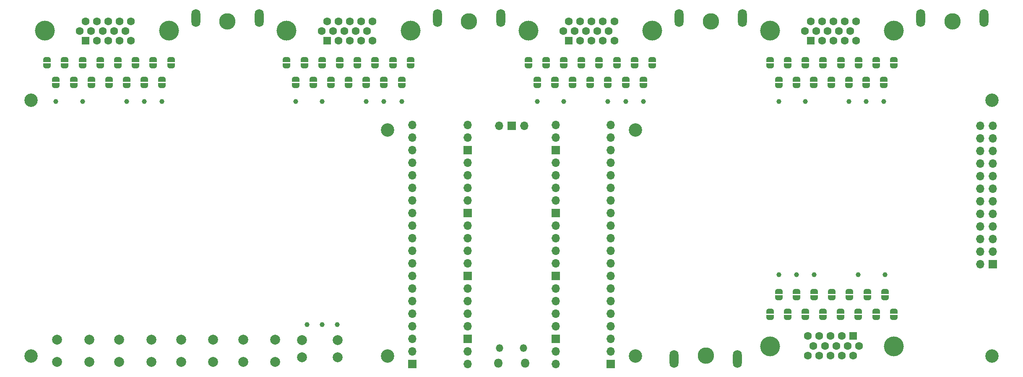
<source format=gbr>
%TF.GenerationSoftware,KiCad,Pcbnew,(7.0.0-0)*%
%TF.CreationDate,2023-03-16T21:22:01-05:00*%
%TF.ProjectId,VintageKVM,56696e74-6167-4654-9b56-4d2e6b696361,rev?*%
%TF.SameCoordinates,Original*%
%TF.FileFunction,Soldermask,Bot*%
%TF.FilePolarity,Negative*%
%FSLAX46Y46*%
G04 Gerber Fmt 4.6, Leading zero omitted, Abs format (unit mm)*
G04 Created by KiCad (PCBNEW (7.0.0-0)) date 2023-03-16 21:22:01*
%MOMM*%
%LPD*%
G01*
G04 APERTURE LIST*
G04 Aperture macros list*
%AMFreePoly0*
4,1,19,0.500000,-0.750000,0.000000,-0.750000,0.000000,-0.744911,-0.071157,-0.744911,-0.207708,-0.704816,-0.327430,-0.627875,-0.420627,-0.520320,-0.479746,-0.390866,-0.500000,-0.250000,-0.500000,0.250000,-0.479746,0.390866,-0.420627,0.520320,-0.327430,0.627875,-0.207708,0.704816,-0.071157,0.744911,0.000000,0.744911,0.000000,0.750000,0.500000,0.750000,0.500000,-0.750000,0.500000,-0.750000,
$1*%
%AMFreePoly1*
4,1,19,0.000000,0.744911,0.071157,0.744911,0.207708,0.704816,0.327430,0.627875,0.420627,0.520320,0.479746,0.390866,0.500000,0.250000,0.500000,-0.250000,0.479746,-0.390866,0.420627,-0.520320,0.327430,-0.627875,0.207708,-0.704816,0.071157,-0.744911,0.000000,-0.744911,0.000000,-0.750000,-0.500000,-0.750000,-0.500000,0.750000,0.000000,0.750000,0.000000,0.744911,0.000000,0.744911,
$1*%
G04 Aperture macros list end*
%ADD10C,4.000000*%
%ADD11R,1.600000X1.600000*%
%ADD12C,1.600000*%
%ADD13R,1.700000X1.700000*%
%ADD14O,1.700000X1.700000*%
%ADD15C,3.316000*%
%ADD16O,1.800000X3.600000*%
%ADD17C,2.700000*%
%ADD18C,0.001000*%
%ADD19C,2.000000*%
%ADD20O,1.800000X1.800000*%
%ADD21O,1.500000X1.500000*%
%ADD22FreePoly0,90.000000*%
%ADD23FreePoly1,90.000000*%
%ADD24FreePoly0,270.000000*%
%ADD25FreePoly1,270.000000*%
%ADD26C,1.000000*%
G04 APERTURE END LIST*
D10*
%TO.C,J14*%
X192139178Y-108650000D03*
X217139178Y-108650000D03*
D11*
X208954177Y-106599999D03*
D12*
X206664178Y-106600000D03*
X204374178Y-106600000D03*
X202084178Y-106600000D03*
X199794178Y-106600000D03*
X210099178Y-108580000D03*
X207809178Y-108580000D03*
X205519178Y-108580000D03*
X203229178Y-108580000D03*
X200939178Y-108580000D03*
X208954178Y-110560000D03*
X206664178Y-110560000D03*
X204374178Y-110560000D03*
X202084178Y-110560000D03*
X199794178Y-110560000D03*
%TD*%
D13*
%TO.C,J2*%
X159999999Y-112199999D03*
D14*
X159999999Y-109659999D03*
X159999999Y-107119999D03*
X159999999Y-104579999D03*
X159999999Y-102039999D03*
X159999999Y-99499999D03*
X159999999Y-96959999D03*
X159999999Y-94419999D03*
X159999999Y-91879999D03*
X159999999Y-89339999D03*
X159999999Y-86799999D03*
X159999999Y-84259999D03*
X159999999Y-81719999D03*
X159999999Y-79179999D03*
X159999999Y-76639999D03*
X159999999Y-74099999D03*
X159999999Y-71559999D03*
X159999999Y-69019999D03*
X159999999Y-66479999D03*
X159999999Y-63939999D03*
%TD*%
D15*
%TO.C,J7*%
X180215269Y-43050000D03*
D16*
X173815268Y-42349999D03*
X186615268Y-42349999D03*
%TD*%
D17*
%TO.C,H2*%
X43000000Y-110600000D03*
%TD*%
D18*
%TO.C,J1*%
X99300000Y-108720000D03*
X103300000Y-108720000D03*
D19*
X97725000Y-110850000D03*
X104875000Y-110850000D03*
X104875000Y-107400000D03*
X97725000Y-107400000D03*
%TD*%
D17*
%TO.C,H3*%
X115000000Y-65000000D03*
%TD*%
D10*
%TO.C,J8*%
X168384452Y-44950000D03*
X143384452Y-44950000D03*
D11*
X151569451Y-46999999D03*
D12*
X153859452Y-47000000D03*
X156149452Y-47000000D03*
X158439452Y-47000000D03*
X160729452Y-47000000D03*
X150424452Y-45020000D03*
X152714452Y-45020000D03*
X155004452Y-45020000D03*
X157294452Y-45020000D03*
X159584452Y-45020000D03*
X151569452Y-43040000D03*
X153859452Y-43040000D03*
X156149452Y-43040000D03*
X158439452Y-43040000D03*
X160729452Y-43040000D03*
%TD*%
D19*
%TO.C,SW3*%
X79783332Y-111850000D03*
X73283332Y-111850000D03*
X79783332Y-107350000D03*
X73283332Y-107350000D03*
%TD*%
D17*
%TO.C,H6*%
X165000000Y-110600000D03*
%TD*%
D19*
%TO.C,SW1*%
X54750000Y-111850000D03*
X48250000Y-111850000D03*
X54750000Y-107350000D03*
X48250000Y-107350000D03*
%TD*%
%TO.C,SW2*%
X67266666Y-111850000D03*
X60766666Y-111850000D03*
X67266666Y-107350000D03*
X60766666Y-107350000D03*
%TD*%
D17*
%TO.C,H4*%
X115000000Y-110600000D03*
%TD*%
D10*
%TO.C,J6*%
X217169178Y-44950000D03*
X192169178Y-44950000D03*
D11*
X200354177Y-46999999D03*
D12*
X202644178Y-47000000D03*
X204934178Y-47000000D03*
X207224178Y-47000000D03*
X209514178Y-47000000D03*
X199209178Y-45020000D03*
X201499178Y-45020000D03*
X203789178Y-45020000D03*
X206079178Y-45020000D03*
X208369178Y-45020000D03*
X200354178Y-43040000D03*
X202644178Y-43040000D03*
X204934178Y-43040000D03*
X207224178Y-43040000D03*
X209514178Y-43040000D03*
%TD*%
D10*
%TO.C,J12*%
X70815000Y-44950000D03*
X45815000Y-44950000D03*
D11*
X53999999Y-46999999D03*
D12*
X56290000Y-47000000D03*
X58580000Y-47000000D03*
X60870000Y-47000000D03*
X63160000Y-47000000D03*
X52855000Y-45020000D03*
X55145000Y-45020000D03*
X57435000Y-45020000D03*
X59725000Y-45020000D03*
X62015000Y-45020000D03*
X54000000Y-43040000D03*
X56290000Y-43040000D03*
X58580000Y-43040000D03*
X60870000Y-43040000D03*
X63160000Y-43040000D03*
%TD*%
D19*
%TO.C,SW4*%
X92300000Y-111850000D03*
X85800000Y-111850000D03*
X92300000Y-107350000D03*
X85800000Y-107350000D03*
%TD*%
D15*
%TO.C,J11*%
X82645817Y-43050000D03*
D16*
X76245816Y-42349999D03*
X89045816Y-42349999D03*
%TD*%
D17*
%TO.C,H5*%
X165000000Y-65000000D03*
%TD*%
%TO.C,H8*%
X237000000Y-110600000D03*
%TD*%
D13*
%TO.C,J4*%
X119999999Y-112199999D03*
D14*
X119999999Y-109659999D03*
X119999999Y-107119999D03*
X119999999Y-104579999D03*
X119999999Y-102039999D03*
X119999999Y-99499999D03*
X119999999Y-96959999D03*
X119999999Y-94419999D03*
X119999999Y-91879999D03*
X119999999Y-89339999D03*
X119999999Y-86799999D03*
X119999999Y-84259999D03*
X119999999Y-81719999D03*
X119999999Y-79179999D03*
X119999999Y-76639999D03*
X119999999Y-74099999D03*
X119999999Y-71559999D03*
X119999999Y-69019999D03*
X119999999Y-66479999D03*
X119999999Y-63939999D03*
%TD*%
D15*
%TO.C,J5*%
X228999995Y-43050000D03*
D16*
X222599994Y-42349999D03*
X235399994Y-42349999D03*
%TD*%
D17*
%TO.C,H7*%
X237000000Y-59000000D03*
%TD*%
%TO.C,H1*%
X43000000Y-59000000D03*
%TD*%
D10*
%TO.C,J10*%
X119599726Y-44950000D03*
X94599726Y-44950000D03*
D11*
X102784725Y-46999999D03*
D12*
X105074726Y-47000000D03*
X107364726Y-47000000D03*
X109654726Y-47000000D03*
X111944726Y-47000000D03*
X101639726Y-45020000D03*
X103929726Y-45020000D03*
X106219726Y-45020000D03*
X108509726Y-45020000D03*
X110799726Y-45020000D03*
X102784726Y-43040000D03*
X105074726Y-43040000D03*
X107364726Y-43040000D03*
X109654726Y-43040000D03*
X111944726Y-43040000D03*
%TD*%
D13*
%TO.C,J3*%
X237099999Y-92079999D03*
D14*
X234559999Y-92079999D03*
X237099999Y-89539999D03*
X234559999Y-89539999D03*
X237099999Y-86999999D03*
X234559999Y-86999999D03*
X237099999Y-84459999D03*
X234559999Y-84459999D03*
X237099999Y-81919999D03*
X234559999Y-81919999D03*
X237099999Y-79379999D03*
X234559999Y-79379999D03*
X237099999Y-76839999D03*
X234559999Y-76839999D03*
X237099999Y-74299999D03*
X234559999Y-74299999D03*
X237099999Y-71759999D03*
X234559999Y-71759999D03*
X237099999Y-69219999D03*
X234559999Y-69219999D03*
X237099999Y-66679999D03*
X234559999Y-66679999D03*
X237099999Y-64139999D03*
X234559999Y-64139999D03*
%TD*%
D20*
%TO.C,U1*%
X142724999Y-112069999D03*
D21*
X142424999Y-109039999D03*
X137574999Y-109039999D03*
D20*
X137274999Y-112069999D03*
D14*
X148889999Y-112199999D03*
X148889999Y-109659999D03*
D13*
X148889999Y-107119999D03*
D14*
X148889999Y-104579999D03*
X148889999Y-102039999D03*
X148889999Y-99499999D03*
X148889999Y-96959999D03*
D13*
X148889999Y-94419999D03*
D14*
X148889999Y-91879999D03*
X148889999Y-89339999D03*
X148889999Y-86799999D03*
X148889999Y-84259999D03*
D13*
X148889999Y-81719999D03*
D14*
X148889999Y-79179999D03*
X148889999Y-76639999D03*
X148889999Y-74099999D03*
X148889999Y-71559999D03*
D13*
X148889999Y-69019999D03*
D14*
X148889999Y-66479999D03*
X148889999Y-63939999D03*
X131109999Y-63939999D03*
X131109999Y-66479999D03*
D13*
X131109999Y-69019999D03*
D14*
X131109999Y-71559999D03*
X131109999Y-74099999D03*
X131109999Y-76639999D03*
X131109999Y-79179999D03*
D13*
X131109999Y-81719999D03*
D14*
X131109999Y-84259999D03*
X131109999Y-86799999D03*
X131109999Y-89339999D03*
X131109999Y-91879999D03*
D13*
X131109999Y-94419999D03*
D14*
X131109999Y-96959999D03*
X131109999Y-99499999D03*
X131109999Y-102039999D03*
X131109999Y-104579999D03*
D13*
X131109999Y-107119999D03*
D14*
X131109999Y-109659999D03*
X131109999Y-112199999D03*
X142539999Y-64169999D03*
D13*
X139999999Y-64169999D03*
D14*
X137459999Y-64169999D03*
%TD*%
D15*
%TO.C,J13*%
X179200000Y-110550000D03*
D16*
X185599999Y-111249999D03*
X172799999Y-111249999D03*
%TD*%
D15*
%TO.C,J9*%
X131430543Y-43050000D03*
D16*
X125030542Y-42349999D03*
X137830542Y-42349999D03*
%TD*%
D22*
%TO.C,JP40*%
X103528296Y-56034338D03*
D23*
X103528296Y-54734338D03*
%TD*%
D24*
%TO.C,JP68*%
X204639176Y-97565662D03*
D25*
X204639176Y-98865662D03*
%TD*%
D22*
%TO.C,JP1*%
X217169178Y-52034338D03*
D23*
X217169178Y-50734338D03*
%TD*%
D22*
%TO.C,JP57*%
X51593582Y-56034338D03*
D23*
X51593582Y-54734338D03*
%TD*%
D26*
%TO.C,TP11*%
X159455878Y-59234338D03*
%TD*%
D22*
%TO.C,JP43*%
X98171154Y-52034338D03*
D23*
X98171154Y-50734338D03*
%TD*%
D26*
%TO.C,TP15*%
X114242580Y-59234338D03*
%TD*%
D22*
%TO.C,JP8*%
X204537926Y-56034338D03*
D23*
X204537926Y-54734338D03*
%TD*%
D26*
%TO.C,TP10*%
X163027306Y-59234338D03*
%TD*%
D22*
%TO.C,JP23*%
X155884450Y-56034338D03*
D23*
X155884450Y-54734338D03*
%TD*%
D22*
%TO.C,JP12*%
X197482570Y-56034338D03*
D23*
X197482570Y-54734338D03*
%TD*%
D22*
%TO.C,JP45*%
X94599726Y-52034338D03*
D23*
X94599726Y-50734338D03*
%TD*%
D26*
%TO.C,TP18*%
X96385440Y-59234338D03*
%TD*%
D22*
%TO.C,JP58*%
X49807868Y-52034338D03*
D23*
X49807868Y-50734338D03*
%TD*%
D24*
%TO.C,JP74*%
X215353462Y-97565662D03*
D25*
X215353462Y-98865662D03*
%TD*%
D26*
%TO.C,TP24*%
X193924892Y-94215662D03*
%TD*%
D22*
%TO.C,JP53*%
X58736438Y-56034338D03*
D23*
X58736438Y-54734338D03*
%TD*%
D22*
%TO.C,JP17*%
X166598736Y-56034338D03*
D23*
X166598736Y-54734338D03*
%TD*%
D26*
%TO.C,TP9*%
X166598736Y-59234338D03*
%TD*%
%TO.C,TP5*%
X211593282Y-59234338D03*
%TD*%
D22*
%TO.C,JP15*%
X192169178Y-52034338D03*
D23*
X192169178Y-50734338D03*
%TD*%
D26*
%TO.C,TP23*%
X48022154Y-59234338D03*
%TD*%
D22*
%TO.C,JP49*%
X65879294Y-56034338D03*
D23*
X65879294Y-54734338D03*
%TD*%
D22*
%TO.C,JP25*%
X152313022Y-56034338D03*
D23*
X152313022Y-54734338D03*
%TD*%
D22*
%TO.C,JP18*%
X164813020Y-52034338D03*
D23*
X164813020Y-50734338D03*
%TD*%
D24*
%TO.C,JP66*%
X201067748Y-97565662D03*
D25*
X201067748Y-98865662D03*
%TD*%
D22*
%TO.C,JP16*%
X168384452Y-52034338D03*
D23*
X168384452Y-50734338D03*
%TD*%
D26*
%TO.C,TP4*%
X215120962Y-59234338D03*
%TD*%
D22*
%TO.C,JP60*%
X46236440Y-52034338D03*
D23*
X46236440Y-50734338D03*
%TD*%
D22*
%TO.C,JP32*%
X117814010Y-56034338D03*
D23*
X117814010Y-54734338D03*
%TD*%
D24*
%TO.C,JP71*%
X209996318Y-101565662D03*
D25*
X209996318Y-102865662D03*
%TD*%
D26*
%TO.C,TP22*%
X53379296Y-59234338D03*
%TD*%
D22*
%TO.C,JP26*%
X150527308Y-52034338D03*
D23*
X150527308Y-50734338D03*
%TD*%
D22*
%TO.C,JP6*%
X208065604Y-56034338D03*
D23*
X208065604Y-54734338D03*
%TD*%
D22*
%TO.C,JP55*%
X55165010Y-56034338D03*
D23*
X55165010Y-54734338D03*
%TD*%
D24*
%TO.C,JP67*%
X202853462Y-101565662D03*
D25*
X202853462Y-102865662D03*
%TD*%
D22*
%TO.C,JP9*%
X202883462Y-52034338D03*
D23*
X202883462Y-50734338D03*
%TD*%
D26*
%TO.C,TP6*%
X208065604Y-59234338D03*
%TD*%
%TO.C,TP26*%
X201067748Y-94215662D03*
%TD*%
D24*
%TO.C,JP69*%
X206424890Y-101565662D03*
D25*
X206424890Y-102865662D03*
%TD*%
D22*
%TO.C,JP48*%
X67665008Y-52034338D03*
D23*
X67665008Y-50734338D03*
%TD*%
D24*
%TO.C,JP73*%
X213567746Y-101565662D03*
D25*
X213567746Y-102865662D03*
%TD*%
D22*
%TO.C,JP4*%
X211593282Y-56034338D03*
D23*
X211593282Y-54734338D03*
%TD*%
D22*
%TO.C,JP50*%
X64093580Y-52034338D03*
D23*
X64093580Y-50734338D03*
%TD*%
D22*
%TO.C,JP59*%
X48022154Y-56034338D03*
D23*
X48022154Y-54734338D03*
%TD*%
D26*
%TO.C,TP20*%
X65879294Y-59234338D03*
%TD*%
D22*
%TO.C,JP39*%
X105314010Y-52034338D03*
D23*
X105314010Y-50734338D03*
%TD*%
D22*
%TO.C,JP3*%
X213597746Y-52034338D03*
D23*
X213597746Y-50734338D03*
%TD*%
D22*
%TO.C,JP42*%
X99956868Y-56034338D03*
D23*
X99956868Y-54734338D03*
%TD*%
D22*
%TO.C,JP27*%
X148741594Y-56034338D03*
D23*
X148741594Y-54734338D03*
%TD*%
D26*
%TO.C,TP17*%
X101742582Y-59234338D03*
%TD*%
D22*
%TO.C,JP47*%
X69450724Y-56034338D03*
D23*
X69450724Y-54734338D03*
%TD*%
D26*
%TO.C,TP27*%
X209996318Y-94215662D03*
%TD*%
D22*
%TO.C,JP56*%
X53379296Y-52034338D03*
D23*
X53379296Y-50734338D03*
%TD*%
D26*
%TO.C,TP28*%
X215353462Y-94215662D03*
%TD*%
D22*
%TO.C,JP2*%
X215120962Y-56034338D03*
D23*
X215120962Y-54734338D03*
%TD*%
D22*
%TO.C,JP33*%
X116028294Y-52034338D03*
D23*
X116028294Y-50734338D03*
%TD*%
D24*
%TO.C,JP70*%
X208210604Y-97565662D03*
D25*
X208210604Y-98865662D03*
%TD*%
D22*
%TO.C,JP21*%
X159455878Y-56034338D03*
D23*
X159455878Y-54734338D03*
%TD*%
D22*
%TO.C,JP24*%
X154098736Y-52034338D03*
D23*
X154098736Y-50734338D03*
%TD*%
D22*
%TO.C,JP7*%
X206454890Y-52034338D03*
D23*
X206454890Y-50734338D03*
%TD*%
D22*
%TO.C,JP36*%
X110671152Y-56034338D03*
D23*
X110671152Y-54734338D03*
%TD*%
D26*
%TO.C,TP8*%
X193954892Y-59234338D03*
%TD*%
D22*
%TO.C,JP19*%
X163027306Y-56034338D03*
D23*
X163027306Y-54734338D03*
%TD*%
D26*
%TO.C,TP7*%
X199312034Y-59234338D03*
%TD*%
D22*
%TO.C,JP28*%
X146955880Y-52034338D03*
D23*
X146955880Y-50734338D03*
%TD*%
D22*
%TO.C,JP20*%
X161241592Y-52034338D03*
D23*
X161241592Y-50734338D03*
%TD*%
D22*
%TO.C,JP35*%
X112456866Y-52034338D03*
D23*
X112456866Y-50734338D03*
%TD*%
D22*
%TO.C,JP38*%
X107099724Y-56034338D03*
D23*
X107099724Y-54734338D03*
%TD*%
D26*
%TO.C,TP1*%
X98725000Y-104300000D03*
%TD*%
D24*
%TO.C,JP61*%
X192139178Y-101565662D03*
D25*
X192139178Y-102865662D03*
%TD*%
D24*
%TO.C,JP72*%
X211782032Y-97565662D03*
D25*
X211782032Y-98865662D03*
%TD*%
D22*
%TO.C,JP44*%
X96385440Y-56034338D03*
D23*
X96385440Y-54734338D03*
%TD*%
D22*
%TO.C,JP54*%
X56950724Y-52034338D03*
D23*
X56950724Y-50734338D03*
%TD*%
D26*
%TO.C,TP16*%
X110671152Y-59234338D03*
%TD*%
D22*
%TO.C,JP5*%
X210026318Y-52034338D03*
D23*
X210026318Y-50734338D03*
%TD*%
D26*
%TO.C,TP19*%
X69450724Y-59234338D03*
%TD*%
D22*
%TO.C,JP41*%
X101742582Y-52034338D03*
D23*
X101742582Y-50734338D03*
%TD*%
D26*
%TO.C,TP14*%
X117814010Y-59234338D03*
%TD*%
D24*
%TO.C,JP62*%
X193924892Y-97565662D03*
D25*
X193924892Y-98865662D03*
%TD*%
D22*
%TO.C,JP52*%
X60522152Y-52034338D03*
D23*
X60522152Y-50734338D03*
%TD*%
D26*
%TO.C,TP13*%
X145170166Y-59234338D03*
%TD*%
D24*
%TO.C,JP65*%
X199282034Y-101565662D03*
D25*
X199282034Y-102865662D03*
%TD*%
D22*
%TO.C,JP30*%
X143384452Y-52034338D03*
D23*
X143384452Y-50734338D03*
%TD*%
D22*
%TO.C,JP29*%
X145170166Y-56034338D03*
D23*
X145170166Y-54734338D03*
%TD*%
D22*
%TO.C,JP37*%
X108885438Y-52034338D03*
D23*
X108885438Y-50734338D03*
%TD*%
D24*
%TO.C,JP63*%
X195710606Y-101565662D03*
D25*
X195710606Y-102865662D03*
%TD*%
D22*
%TO.C,JP22*%
X157670164Y-52034338D03*
D23*
X157670164Y-50734338D03*
%TD*%
D26*
%TO.C,TP12*%
X150527308Y-59234338D03*
%TD*%
D24*
%TO.C,JP75*%
X217139178Y-101565662D03*
D25*
X217139178Y-102865662D03*
%TD*%
D22*
%TO.C,JP11*%
X199312034Y-52034338D03*
D23*
X199312034Y-50734338D03*
%TD*%
D22*
%TO.C,JP46*%
X71236440Y-52034338D03*
D23*
X71236440Y-50734338D03*
%TD*%
D22*
%TO.C,JP14*%
X193954892Y-56034338D03*
D23*
X193954892Y-54734338D03*
%TD*%
D26*
%TO.C,TP21*%
X62307866Y-59234338D03*
%TD*%
%TO.C,TP25*%
X197496320Y-94215662D03*
%TD*%
D22*
%TO.C,JP10*%
X201010248Y-56034338D03*
D23*
X201010248Y-54734338D03*
%TD*%
D22*
%TO.C,JP34*%
X114242580Y-56034338D03*
D23*
X114242580Y-54734338D03*
%TD*%
D22*
%TO.C,JP13*%
X195740606Y-52034338D03*
D23*
X195740606Y-50734338D03*
%TD*%
D22*
%TO.C,JP31*%
X119599726Y-52034338D03*
D23*
X119599726Y-50734338D03*
%TD*%
D26*
%TO.C,TP2*%
X101775000Y-104300000D03*
%TD*%
%TO.C,TP3*%
X104825000Y-104300000D03*
%TD*%
D22*
%TO.C,JP51*%
X62307866Y-56034338D03*
D23*
X62307866Y-54734338D03*
%TD*%
D24*
%TO.C,JP64*%
X197496320Y-97565662D03*
D25*
X197496320Y-98865662D03*
%TD*%
M02*

</source>
